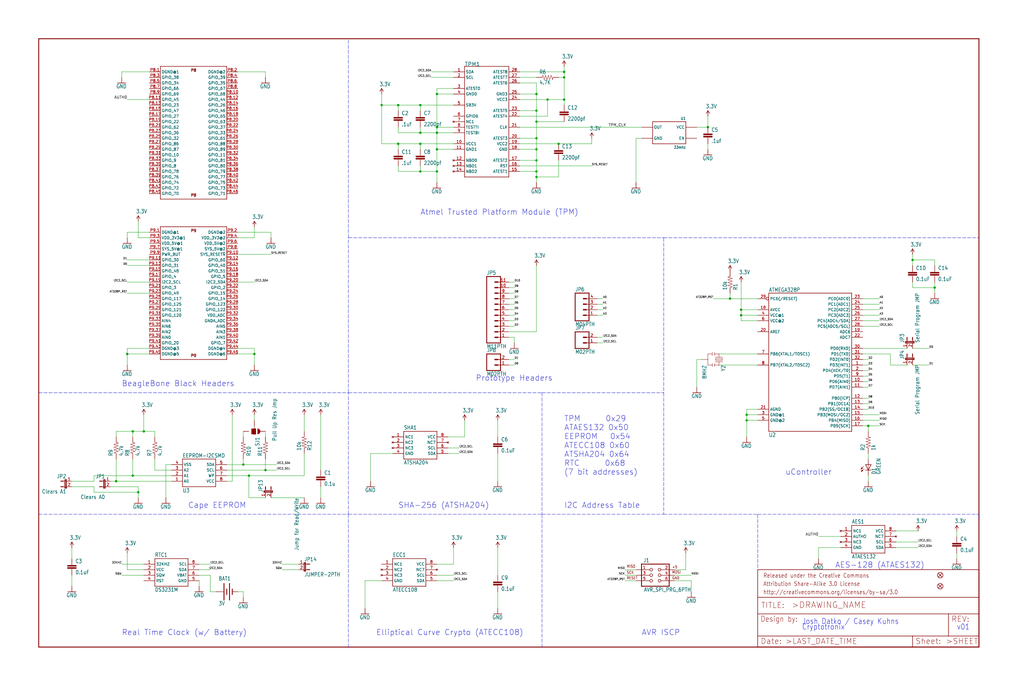
<source format=kicad_sch>
(kicad_sch (version 20211123) (generator eeschema)
  (paper "User" 470.306 317.906)
  (junction (at 335.28 137.16))
  (junction (at 246.38 78.74))
  (junction (at 116.84 162.56))
  (junction (at 60.96 198.12))
  (junction (at 419.1 119.38))
  (junction (at 200.66 43.18))
  (junction (at 66.04 198.12))
  (junction (at 121.92 215.9))
  (junction (at 246.38 68.58))
  (junction (at 193.04 66.04))
  (junction (at 111.76 213.36))
  (junction (at 246.38 55.88))
  (junction (at 429.26 132.08))
  (junction (at 182.88 48.26))
  (junction (at 259.08 45.72))
  (junction (at 342.9 193.04))
  (junction (at 325.12 58.42))
  (junction (at 340.36 142.24))
  (junction (at 182.88 66.04))
  (junction (at 259.08 33.02))
  (junction (at 58.42 162.56))
  (junction (at 246.38 63.5))
  (junction (at 193.04 78.74))
  (junction (at 200.66 60.96))
  (junction (at 246.38 81.28))
  (junction (at 342.9 190.5))
  (junction (at 175.26 48.26))
  (junction (at 200.66 78.74))
  (junction (at 193.04 48.26))
  (junction (at 193.04 60.96))
  (junction (at 398.78 195.58))
  (junction (at 340.36 144.78))
  (junction (at 53.34 220.98))
  (junction (at 246.38 43.18))
  (junction (at 63.5 226.06))
  (junction (at 246.38 50.8))
  (junction (at 256.54 66.04))
  (junction (at 200.66 58.42))
  (junction (at 251.46 45.72))
  (junction (at 259.08 35.56))
  (junction (at 60.96 218.44))
  (junction (at 114.3 218.44))
  (junction (at 200.66 68.58))
  (junction (at 246.38 73.66))
  (wire (pts (xy 396.24 182.88) (xy 398.78 182.88)))
  (wire (pts (xy 396.24 170.18) (xy 398.78 170.18)))
  (wire (pts (xy 96.52 271.78) (xy 96.52 264.16)))
  (wire (pts (xy 396.24 195.58) (xy 398.78 195.58)))
  (polyline (pts (xy 160.02 236.22) (xy 160.02 180.34)))
  (wire (pts (xy 408.94 167.64) (xy 408.94 162.56)))
  (wire (pts (xy 58.42 106.68) (xy 58.42 109.22)))
  (wire (pts (xy 408.94 162.56) (xy 396.24 162.56)))
  (wire (pts (xy 121.92 215.9) (xy 127 215.9)))
  (wire (pts (xy 256.54 73.66) (xy 256.54 81.28)))
  (wire (pts (xy 55.88 33.02) (xy 55.88 35.56)))
  (polyline (pts (xy 160.02 109.22) (xy 160.02 17.78)))
  (polyline (pts (xy 160.02 236.22) (xy 160.02 297.18)))
  (wire (pts (xy 60.96 198.12) (xy 66.04 198.12)))
  (wire (pts (xy 96.52 261.62) (xy 91.44 261.62)))
  (wire (pts (xy 137.16 259.08) (xy 129.54 259.08)))
  (wire (pts (xy 246.38 63.5) (xy 246.38 68.58)))
  (wire (pts (xy 63.5 109.22) (xy 63.5 101.6)))
  (wire (pts (xy 200.66 40.64) (xy 200.66 43.18)))
  (wire (pts (xy 238.76 35.56) (xy 246.38 35.56)))
  (wire (pts (xy 325.12 68.58) (xy 325.12 66.04)))
  (wire (pts (xy 124.46 106.68) (xy 109.22 106.68)))
  (wire (pts (xy 421.64 243.84) (xy 411.48 243.84)))
  (wire (pts (xy 114.3 218.44) (xy 139.7 218.44)))
  (wire (pts (xy 208.28 48.26) (xy 193.04 48.26)))
  (wire (pts (xy 292.1 266.7) (xy 287.02 266.7)))
  (wire (pts (xy 111.76 213.36) (xy 111.76 210.82)))
  (wire (pts (xy 238.76 45.72) (xy 251.46 45.72)))
  (polyline (pts (xy 160.02 109.22) (xy 304.8 109.22)))
  (wire (pts (xy 246.38 50.8) (xy 246.38 55.88)))
  (wire (pts (xy 66.04 198.12) (xy 71.12 198.12)))
  (wire (pts (xy 200.66 58.42) (xy 200.66 43.18)))
  (wire (pts (xy 104.14 213.36) (xy 111.76 213.36)))
  (polyline (pts (xy 304.8 236.22) (xy 347.98 236.22)))
  (wire (pts (xy 175.26 48.26) (xy 175.26 66.04)))
  (wire (pts (xy 233.68 132.08) (xy 236.22 132.08)))
  (wire (pts (xy 116.84 104.14) (xy 116.84 109.22)))
  (wire (pts (xy 200.66 83.82) (xy 200.66 78.74)))
  (wire (pts (xy 109.22 109.22) (xy 116.84 109.22)))
  (wire (pts (xy 347.98 193.04) (xy 342.9 193.04)))
  (wire (pts (xy 33.02 264.16) (xy 33.02 269.24)))
  (wire (pts (xy 259.08 33.02) (xy 259.08 35.56)))
  (wire (pts (xy 78.74 218.44) (xy 60.96 218.44)))
  (wire (pts (xy 419.1 132.08) (xy 429.26 132.08)))
  (wire (pts (xy 238.76 68.58) (xy 246.38 68.58)))
  (wire (pts (xy 251.46 53.34) (xy 251.46 45.72)))
  (polyline (pts (xy 17.78 180.34) (xy 160.02 180.34)))
  (wire (pts (xy 96.52 264.16) (xy 91.44 264.16)))
  (wire (pts (xy 182.88 66.04) (xy 193.04 66.04)))
  (wire (pts (xy 68.58 129.54) (xy 58.42 129.54)))
  (wire (pts (xy 340.36 142.24) (xy 347.98 142.24)))
  (wire (pts (xy 386.08 246.38) (xy 375.92 246.38)))
  (wire (pts (xy 182.88 48.26) (xy 175.26 48.26)))
  (wire (pts (xy 233.68 165.1) (xy 236.22 165.1)))
  (wire (pts (xy 233.68 137.16) (xy 236.22 137.16)))
  (wire (pts (xy 109.22 160.02) (xy 116.84 160.02)))
  (wire (pts (xy 33.02 256.54) (xy 33.02 251.46)))
  (wire (pts (xy 396.24 144.78) (xy 403.86 144.78)))
  (wire (pts (xy 294.64 63.5) (xy 292.1 63.5)))
  (wire (pts (xy 43.18 220.98) (xy 33.02 220.98)))
  (polyline (pts (xy 160.02 180.34) (xy 248.92 180.34)))
  (wire (pts (xy 342.9 187.96) (xy 342.9 190.5)))
  (wire (pts (xy 398.78 218.44) (xy 398.78 220.98)))
  (wire (pts (xy 396.24 190.5) (xy 403.86 190.5)))
  (wire (pts (xy 396.24 167.64) (xy 398.78 167.64)))
  (wire (pts (xy 396.24 177.8) (xy 398.78 177.8)))
  (wire (pts (xy 330.2 167.64) (xy 347.98 167.64)))
  (wire (pts (xy 342.9 190.5) (xy 342.9 193.04)))
  (wire (pts (xy 342.9 193.04) (xy 342.9 200.66)))
  (wire (pts (xy 396.24 160.02) (xy 416.56 160.02)))
  (wire (pts (xy 233.68 147.32) (xy 236.22 147.32)))
  (wire (pts (xy 109.22 271.78) (xy 111.76 271.78)))
  (wire (pts (xy 259.08 35.56) (xy 259.08 45.72)))
  (wire (pts (xy 175.26 43.18) (xy 175.26 48.26)))
  (wire (pts (xy 246.38 152.4) (xy 233.68 152.4)))
  (wire (pts (xy 233.68 149.86) (xy 236.22 149.86)))
  (wire (pts (xy 314.96 254) (xy 314.96 261.62)))
  (polyline (pts (xy 347.98 236.22) (xy 347.98 261.62)))
  (wire (pts (xy 396.24 142.24) (xy 403.86 142.24)))
  (wire (pts (xy 309.88 266.7) (xy 317.5 266.7)))
  (wire (pts (xy 327.66 137.16) (xy 335.28 137.16)))
  (wire (pts (xy 139.7 218.44) (xy 139.7 208.28)))
  (wire (pts (xy 167.64 266.7) (xy 167.64 279.4)))
  (wire (pts (xy 340.36 144.78) (xy 340.36 147.32)))
  (wire (pts (xy 238.76 53.34) (xy 251.46 53.34)))
  (wire (pts (xy 63.5 223.52) (xy 50.8 223.52)))
  (wire (pts (xy 246.38 68.58) (xy 246.38 73.66)))
  (wire (pts (xy 124.46 228.6) (xy 139.7 228.6)))
  (wire (pts (xy 375.92 256.54) (xy 375.92 251.46)))
  (wire (pts (xy 58.42 261.62) (xy 58.42 254)))
  (wire (pts (xy 175.26 266.7) (xy 167.64 266.7)))
  (wire (pts (xy 200.66 264.16) (xy 208.28 264.16)))
  (wire (pts (xy 114.3 228.6) (xy 114.3 218.44)))
  (wire (pts (xy 238.76 63.5) (xy 246.38 63.5)))
  (wire (pts (xy 111.76 198.12) (xy 111.76 200.66)))
  (polyline (pts (xy 17.78 236.22) (xy 160.02 236.22)))
  (wire (pts (xy 274.32 144.78) (xy 276.86 144.78)))
  (wire (pts (xy 121.92 215.9) (xy 121.92 210.82)))
  (wire (pts (xy 208.28 68.58) (xy 200.66 68.58)))
  (wire (pts (xy 246.38 73.66) (xy 246.38 78.74)))
  (wire (pts (xy 208.28 251.46) (xy 208.28 259.08)))
  (wire (pts (xy 246.38 38.1) (xy 246.38 43.18)))
  (wire (pts (xy 271.78 63.5) (xy 271.78 66.04)))
  (wire (pts (xy 208.28 40.64) (xy 200.66 40.64)))
  (wire (pts (xy 233.68 142.24) (xy 236.22 142.24)))
  (polyline (pts (xy 347.98 236.22) (xy 449.58 236.22)))
  (wire (pts (xy 68.58 109.22) (xy 63.5 109.22)))
  (wire (pts (xy 208.28 35.56) (xy 198.12 35.56)))
  (wire (pts (xy 246.38 121.92) (xy 246.38 152.4)))
  (wire (pts (xy 63.5 226.06) (xy 63.5 223.52)))
  (wire (pts (xy 208.28 60.96) (xy 200.66 60.96)))
  (wire (pts (xy 68.58 45.72) (xy 58.42 45.72)))
  (wire (pts (xy 335.28 134.62) (xy 335.28 137.16)))
  (wire (pts (xy 170.18 208.28) (xy 170.18 220.98)))
  (wire (pts (xy 259.08 55.88) (xy 246.38 55.88)))
  (wire (pts (xy 396.24 147.32) (xy 403.86 147.32)))
  (wire (pts (xy 109.22 116.84) (xy 124.46 116.84)))
  (wire (pts (xy 238.76 76.2) (xy 271.78 76.2)))
  (wire (pts (xy 116.84 190.5) (xy 116.84 193.04)))
  (wire (pts (xy 208.28 43.18) (xy 200.66 43.18)))
  (wire (pts (xy 238.76 50.8) (xy 246.38 50.8)))
  (wire (pts (xy 274.32 142.24) (xy 276.86 142.24)))
  (wire (pts (xy 340.36 147.32) (xy 347.98 147.32)))
  (wire (pts (xy 60.96 218.44) (xy 60.96 210.82)))
  (wire (pts (xy 256.54 81.28) (xy 246.38 81.28)))
  (wire (pts (xy 233.68 139.7) (xy 236.22 139.7)))
  (wire (pts (xy 116.84 160.02) (xy 116.84 162.56)))
  (polyline (pts (xy 304.8 109.22) (xy 449.58 109.22)))
  (wire (pts (xy 274.32 154.94) (xy 276.86 154.94)))
  (wire (pts (xy 137.16 261.62) (xy 129.54 261.62)))
  (wire (pts (xy 182.88 48.26) (xy 182.88 50.8)))
  (wire (pts (xy 139.7 198.12) (xy 139.7 190.5)))
  (wire (pts (xy 60.96 218.44) (xy 43.18 218.44)))
  (wire (pts (xy 78.74 213.36) (xy 76.2 213.36)))
  (wire (pts (xy 274.32 139.7) (xy 276.86 139.7)))
  (wire (pts (xy 68.58 134.62) (xy 58.42 134.62)))
  (wire (pts (xy 416.56 167.64) (xy 408.94 167.64)))
  (wire (pts (xy 330.2 162.56) (xy 347.98 162.56)))
  (polyline (pts (xy 449.58 236.22) (xy 449.58 238.76)))
  (wire (pts (xy 78.74 220.98) (xy 53.34 220.98)))
  (wire (pts (xy 233.68 144.78) (xy 236.22 144.78)))
  (wire (pts (xy 335.28 137.16) (xy 347.98 137.16)))
  (wire (pts (xy 259.08 45.72) (xy 259.08 48.26)))
  (wire (pts (xy 53.34 220.98) (xy 53.34 210.82)))
  (wire (pts (xy 314.96 261.62) (xy 309.88 261.62)))
  (wire (pts (xy 99.06 271.78) (xy 96.52 271.78)))
  (wire (pts (xy 53.34 200.66) (xy 53.34 198.12)))
  (wire (pts (xy 419.1 129.54) (xy 419.1 132.08)))
  (wire (pts (xy 106.68 220.98) (xy 106.68 190.5)))
  (wire (pts (xy 238.76 38.1) (xy 246.38 38.1)))
  (wire (pts (xy 182.88 66.04) (xy 182.88 68.58)))
  (wire (pts (xy 246.38 43.18) (xy 246.38 50.8)))
  (wire (pts (xy 292.1 261.62) (xy 287.02 261.62)))
  (wire (pts (xy 71.12 215.9) (xy 71.12 210.82)))
  (polyline (pts (xy 248.92 236.22) (xy 304.8 236.22)))
  (wire (pts (xy 71.12 198.12) (xy 71.12 200.66)))
  (wire (pts (xy 147.32 228.6) (xy 147.32 223.52)))
  (wire (pts (xy 111.76 271.78) (xy 111.76 274.32)))
  (wire (pts (xy 200.66 266.7) (xy 208.28 266.7)))
  (wire (pts (xy 175.26 66.04) (xy 182.88 66.04)))
  (polyline (pts (xy 248.92 236.22) (xy 248.92 297.18)))
  (wire (pts (xy 439.42 246.38) (xy 439.42 243.84)))
  (wire (pts (xy 325.12 58.42) (xy 325.12 53.34)))
  (polyline (pts (xy 248.92 180.34) (xy 248.92 236.22)))
  (wire (pts (xy 43.18 226.06) (xy 63.5 226.06)))
  (wire (pts (xy 66.04 259.08) (xy 55.88 259.08)))
  (wire (pts (xy 396.24 165.1) (xy 398.78 165.1)))
  (wire (pts (xy 121.92 198.12) (xy 121.92 200.66)))
  (wire (pts (xy 213.36 200.66) (xy 213.36 193.04)))
  (wire (pts (xy 208.28 58.42) (xy 200.66 58.42)))
  (wire (pts (xy 396.24 193.04) (xy 403.86 193.04)))
  (wire (pts (xy 121.92 228.6) (xy 114.3 228.6)))
  (wire (pts (xy 396.24 172.72) (xy 398.78 172.72)))
  (wire (pts (xy 180.34 208.28) (xy 170.18 208.28)))
  (wire (pts (xy 233.68 129.54) (xy 236.22 129.54)))
  (wire (pts (xy 124.46 109.22) (xy 124.46 106.68)))
  (wire (pts (xy 58.42 160.02) (xy 58.42 162.56)))
  (wire (pts (xy 205.74 205.74) (xy 210.82 205.74)))
  (wire (pts (xy 251.46 45.72) (xy 259.08 45.72)))
  (wire (pts (xy 429.26 129.54) (xy 429.26 132.08)))
  (wire (pts (xy 238.76 43.18) (xy 246.38 43.18)))
  (wire (pts (xy 236.22 157.48) (xy 236.22 154.94)))
  (wire (pts (xy 193.04 66.04) (xy 193.04 68.58)))
  (wire (pts (xy 228.6 271.78) (xy 228.6 279.4)))
  (wire (pts (xy 193.04 48.26) (xy 193.04 50.8)))
  (wire (pts (xy 396.24 185.42) (xy 398.78 185.42)))
  (wire (pts (xy 193.04 60.96) (xy 200.66 60.96)))
  (wire (pts (xy 63.5 226.06) (xy 63.5 228.6)))
  (wire (pts (xy 340.36 144.78) (xy 347.98 144.78)))
  (wire (pts (xy 246.38 81.28) (xy 246.38 83.82)))
  (wire (pts (xy 68.58 162.56) (xy 58.42 162.56)))
  (wire (pts (xy 228.6 264.16) (xy 228.6 251.46)))
  (wire (pts (xy 147.32 190.5) (xy 147.32 215.9)))
  (wire (pts (xy 256.54 66.04) (xy 238.76 66.04)))
  (wire (pts (xy 340.36 142.24) (xy 340.36 144.78)))
  (wire (pts (xy 68.58 106.68) (xy 58.42 106.68)))
  (wire (pts (xy 411.48 251.46) (xy 421.64 251.46)))
  (wire (pts (xy 66.04 190.5) (xy 66.04 198.12)))
  (wire (pts (xy 309.88 264.16) (xy 317.5 264.16)))
  (wire (pts (xy 274.32 137.16) (xy 276.86 137.16)))
  (wire (pts (xy 238.76 33.02) (xy 259.08 33.02)))
  (wire (pts (xy 375.92 251.46) (xy 386.08 251.46)))
  (wire (pts (xy 200.66 60.96) (xy 200.66 58.42)))
  (wire (pts (xy 233.68 167.64) (xy 236.22 167.64)))
  (wire (pts (xy 238.76 78.74) (xy 246.38 78.74)))
  (wire (pts (xy 259.08 30.48) (xy 259.08 33.02)))
  (wire (pts (xy 200.66 68.58) (xy 200.66 60.96)))
  (wire (pts (xy 104.14 215.9) (xy 121.92 215.9)))
  (wire (pts (xy 182.88 78.74) (xy 193.04 78.74)))
  (wire (pts (xy 228.6 208.28) (xy 228.6 220.98)))
  (wire (pts (xy 396.24 139.7) (xy 403.86 139.7)))
  (wire (pts (xy 429.26 132.08) (xy 429.26 134.62)))
  (wire (pts (xy 193.04 66.04) (xy 208.28 66.04)))
  (wire (pts (xy 53.34 198.12) (xy 60.96 198.12)))
  (wire (pts (xy 228.6 200.66) (xy 228.6 193.04)))
  (wire (pts (xy 182.88 58.42) (xy 182.88 60.96)))
  (wire (pts (xy 419.1 119.38) (xy 419.1 116.84)))
  (wire (pts (xy 68.58 119.38) (xy 58.42 119.38)))
  (wire (pts (xy 121.92 33.02) (xy 121.92 35.56)))
  (polyline (pts (xy 160.02 180.34) (xy 160.02 109.22)))
  (wire (pts (xy 398.78 210.82) (xy 398.78 208.28)))
  (wire (pts (xy 91.44 266.7) (xy 91.44 269.24)))
  (wire (pts (xy 43.18 223.52) (xy 43.18 226.06)))
  (wire (pts (xy 396.24 175.26) (xy 398.78 175.26)))
  (wire (pts (xy 317.5 266.7) (xy 317.5 271.78)))
  (wire (pts (xy 33.02 223.52) (xy 43.18 223.52)))
  (wire (pts (xy 208.28 33.02) (xy 198.12 33.02)))
  (wire (pts (xy 429.26 119.38) (xy 429.26 121.92)))
  (wire (pts (xy 205.74 200.66) (xy 213.36 200.66)))
  (wire (pts (xy 292.1 63.5) (xy 292.1 83.82)))
  (wire (pts (xy 182.88 76.2) (xy 182.88 78.74)))
  (wire (pts (xy 104.14 220.98) (xy 106.68 220.98)))
  (wire (pts (xy 322.58 165.1) (xy 320.04 165.1)))
  (wire (pts (xy 398.78 195.58) (xy 403.86 195.58)))
  (wire (pts (xy 68.58 121.92) (xy 58.42 121.92)))
  (wire (pts (xy 182.88 60.96) (xy 193.04 60.96)))
  (wire (pts (xy 193.04 48.26) (xy 182.88 48.26)))
  (wire (pts (xy 58.42 162.56) (xy 58.42 167.64)))
  (polyline (pts (xy 160.02 236.22) (xy 248.92 236.22)))
  (wire (pts (xy 246.38 55.88) (xy 246.38 63.5)))
  (wire (pts (xy 236.22 154.94) (xy 233.68 154.94)))
  (polyline (pts (xy 304.8 109.22) (xy 304.8 180.34)))
  (wire (pts (xy 396.24 137.16) (xy 403.86 137.16)))
  (wire (pts (xy 205.74 208.28) (xy 210.82 208.28)))
  (wire (pts (xy 419.1 119.38) (xy 429.26 119.38)))
  (wire (pts (xy 109.22 162.56) (xy 116.84 162.56)))
  (wire (pts (xy 111.76 213.36) (xy 127 213.36)))
  (wire (pts (xy 200.66 259.08) (xy 208.28 259.08)))
  (polyline (pts (xy 304.8 180.34) (xy 304.8 236.22)))
  (wire (pts (xy 347.98 187.96) (xy 342.9 187.96)))
  (wire (pts (xy 53.34 220.98) (xy 50.8 220.98)))
  (wire (pts (xy 68.58 160.02) (xy 58.42 160.02)))
  (wire (pts (xy 320.04 58.42) (xy 325.12 58.42)))
  (wire (pts (xy 238.76 73.66) (xy 246.38 73.66)))
  (wire (pts (xy 419.1 160.02) (xy 426.72 160.02)))
  (wire (pts (xy 411.48 248.92) (xy 421.64 248.92)))
  (wire (pts (xy 419.1 167.64) (xy 426.72 167.64)))
  (wire (pts (xy 116.84 162.56) (xy 116.84 167.64)))
  (wire (pts (xy 78.74 215.9) (xy 71.12 215.9)))
  (wire (pts (xy 396.24 187.96) (xy 398.78 187.96)))
  (wire (pts (xy 271.78 66.04) (xy 256.54 66.04)))
  (wire (pts (xy 398.78 198.12) (xy 398.78 195.58)))
  (wire (pts (xy 200.66 78.74) (xy 200.66 68.58)))
  (wire (pts (xy 96.52 259.08) (xy 91.44 259.08)))
  (polyline (pts (xy 248.92 180.34) (xy 304.8 180.34)))
  (wire (pts (xy 109.22 129.54) (xy 116.84 129.54)))
  (wire (pts (xy 439.42 256.54) (xy 439.42 254)))
  (wire (pts (xy 43.18 218.44) (xy 43.18 220.98)))
  (wire (pts (xy 66.04 261.62) (xy 58.42 261.62)))
  (wire (pts (xy 292.1 264.16) (xy 287.02 264.16)))
  (wire (pts (xy 193.04 76.2) (xy 193.04 78.74)))
  (wire (pts (xy 193.04 58.42) (xy 193.04 60.96)))
  (wire (pts (xy 193.04 78.74) (xy 200.66 78.74)))
  (wire (pts (xy 238.76 58.42) (xy 294.64 58.42)))
  (wire (pts (xy 104.14 218.44) (xy 114.3 218.44)))
  (wire (pts (xy 66.04 264.16) (xy 55.88 264.16)))
  (wire (pts (xy 68.58 33.02) (xy 55.88 33.02)))
  (wire (pts (xy 340.36 129.54) (xy 340.36 142.24)))
  (wire (pts (xy 419.1 121.92) (xy 419.1 119.38)))
  (wire (pts (xy 76.2 213.36) (xy 76.2 228.6)))
  (wire (pts (xy 256.54 35.56) (xy 259.08 35.56)))
  (wire (pts (xy 60.96 198.12) (xy 60.96 200.66)))
  (wire (pts (xy 109.22 33.02) (xy 121.92 33.02)))
  (wire (pts (xy 274.32 157.48) (xy 276.86 157.48)))
  (wire (pts (xy 320.04 165.1) (xy 320.04 177.8)))
  (wire (pts (xy 396.24 149.86) (xy 403.86 149.86)))
  (wire (pts (xy 233.68 134.62) (xy 236.22 134.62)))
  (wire (pts (xy 246.38 78.74) (xy 246.38 81.28)))
  (wire (pts (xy 347.98 190.5) (xy 342.9 190.5)))
  (text "BeagleBone Black Headers" (at 55.88 177.8 180) (effects (font (size 2.54 2.54)) (justify left bottom)))
  (text "Prototype Headers" (at 218.44 175.26 180) (effects (font (size 2.54 2.54)) (justify left bottom)))
  (text "SHA-256 (ATSHA204)" (at 182.88 233.68 180) (effects (font (size 2.54 2.54)) (justify left bottom)))
  (text "Cape EEPROM" (at 86.36 233.68 180) (effects (font (size 2.54 2.54)) (justify left bottom)))
  (text "uController" (at 360.68 218.44 180) (effects (font (size 2.54 2.54)) (justify left bottom)))
  (text "AES-128 (ATAES132)" (at 383.54 261.112 180) (effects (font (size 2.54 2.54)) (justify left bottom)))
  (text "Atmel Trusted Platform Module (TPM)" (at 193.04 99.06 180) (effects (font (size 2.54 2.54)) (justify left bottom)))
  (text "Josh Datko / Casey Kuhns" (at 368.3 287.02 180) (effects (font (size 2.54 2.159)) (justify left bottom)))
  (text "Elliptical Curve Crypto (ATECC108)" (at 172.72 292.1 180) (effects (font (size 2.54 2.54)) (justify left bottom)))
  (text "AVR ISCP" (at 294.64 292.1 180) (effects (font (size 2.54 2.54)) (justify left bottom)))
  (text "TPM      0x29\nATAES132 0x50\nEEPROM   0x54\nATECC108 0x60\nATSHA204 0x64\nRTC      0x68\n(7 bit addresses)" (at 259.08 218.44 0) (effects (font (size 2.54 2.54)) (justify left bottom)))
  (text "I2C Address Table" (at 259.08 233.68 180) (effects (font (size 2.54 2.54)) (justify left bottom)))
  (text "v01" (at 439.42 289.56 180) (effects (font (size 2.54 2.159)) (justify left bottom)))
  (text "Cryptotronix" (at 368.3 289.56 180) (effects (font (size 2.54 2.159)) (justify left bottom)))
  (text "Real Time Clock (w/ Battery)" (at 55.88 292.1 180) (effects (font (size 2.54 2.54)) (justify left bottom)))
  (label "I2C2_SCL" (at 127 215.9 0) (effects (font (size 0.889 0.889))))
  (label "SQW" (at 129.54 261.62 180) (effects (font (size 0.889 0.889))))
  (label "I2C2_SCL" (at 58.42 129.54 180) (effects (font (size 0.889 0.889))))
  (label "I2C2_SDA" (at 276.86 154.94 0) (effects (font (size 0.889 0.889))))
  (label "SCK" (at 403.86 195.58 0) (effects (font (size 0.889 0.889))))
  (label "SYS_RESET" (at 271.78 76.2 0) (effects (font (size 0.889 0.889))))
  (label "D1" (at 426.72 167.64 0) (effects (font (size 0.889 0.889))))
  (label "D3" (at 236.22 147.32 0) (effects (font (size 0.889 0.889))))
  (label "D9" (at 236.22 132.08 0) (effects (font (size 0.889 0.889))))
  (label "D1" (at 236.22 165.1 0) (effects (font (size 0.889 0.889))))
  (label "MOSI" (at 403.86 190.5 0) (effects (font (size 0.889 0.889))))
  (label "A1" (at 276.86 139.7 0) (effects (font (size 0.889 0.889))))
  (label "D9" (at 398.78 185.42 0) (effects (font (size 0.889 0.889))))
  (label "D4" (at 236.22 144.78 0) (effects (font (size 0.889 0.889))))
  (label "MISO" (at 403.86 193.04 0) (effects (font (size 0.889 0.889))))
  (label "D8" (at 236.22 134.62 0) (effects (font (size 0.889 0.889))))
  (label "I2C2_SDA" (at 116.84 129.54 0) (effects (font (size 0.889 0.889))))
  (label "A3" (at 276.86 144.78 0) (effects (font (size 0.889 0.889))))
  (label "D3" (at 398.78 167.64 0) (effects (font (size 0.889 0.889))))
  (label "D2" (at 236.22 149.86 0) (effects (font (size 0.889 0.889))))
  (label "I2C2_SDA" (at 127 213.36 0) (effects (font (size 0.889 0.889))))
  (label "D5" (at 398.78 172.72 0) (effects (font (size 0.889 0.889))))
  (label "A2" (at 276.86 142.24 0) (effects (font (size 0.889 0.889))))
  (label "D7" (at 398.78 177.8 0) (effects (font (size 0.889 0.889))))
  (label "32KHZ" (at 129.54 259.08 180) (effects (font (size 0.889 0.889))))
  (label "I2C2_SDA" (at 198.12 33.02 180) (effects (font (size 0.889 0.889))))
  (label "D4" (at 398.78 170.18 0) (effects (font (size 0.889 0.889))))
  (label "AT328P_RST" (at 287.02 266.7 180) (effects (font (size 0.889 0.889))))
  (label "D0" (at 236.22 167.64 0) (effects (font (size 0.889 0.889))))
  (label "D6" (at 398.78 175.26 0) (effects (font (size 0.889 0.889))))
  (label "A0" (at 403.86 137.16 0) (effects (font (size 0.889 0.889))))
  (label "I2C2_SDA" (at 95.885 261.62 0) (effects (font (size 0.889 0.889))))
  (label "I2C2_SDA" (at 208.28 266.7 0) (effects (font (size 0.889 0.889))))
  (label "D2" (at 398.78 165.1 0) (effects (font (size 0.889 0.889))))
  (label "AUTH0" (at 375.92 246.38 180) (effects (font (size 1.2446 1.2446))))
  (label "I2C2_SDA" (at 210.82 208.28 0) (effects (font (size 0.889 0.889))))
  (label "I2C2_SDA" (at 403.86 147.32 0) (effects (font (size 0.889 0.889))))
  (label "MISO" (at 287.02 261.62 180) (effects (font (size 0.889 0.889))))
  (label "D7" (at 236.22 137.16 0) (effects (font (size 0.889 0.889))))
  (label "I2C2_SCL" (at 210.82 205.74 0) (effects (font (size 0.889 0.889))))
  (label "D5" (at 236.22 142.24 0) (effects (font (size 0.889 0.889))))
  (label "D0" (at 58.42 121.92 180) (effects (font (size 0.889 0.889))))
  (label "I2C2_SCL" (at 198.12 35.56 180) (effects (font (size 0.889 0.889))))
  (label "I2C2_SDA" (at 421.64 251.46 0) (effects (font (size 0.889 0.889))))
  (label "I2C2_SCL" (at 276.86 157.48 0) (effects (font (size 0.889 0.889))))
  (label "SYS_RESET" (at 124.46 116.84 0) (effects (font (size 0.889 0.889))))
  (label "D6" (at 236.22 139.7 0) (effects (font (size 0.889 0.889))))
  (label "I2C2_SCL" (at 96.52 259.08 0) (effects (font (size 0.889 0.889))))
  (label "TPM_CLK" (at 279.4 58.42 0) (effects (font (size 1.2446 1.2446))))
  (label "A3" (at 403.86 144.78 0) (effects (font (size 0.889 0.889))))
  (label "D10" (at 398.78 187.96 0) (effects (font (size 0.889 0.889))))
  (label "I2C2_SCL" (at 421.64 248.92 0) (effects (font (size 0.889 0.889))))
  (label "MOSI" (at 317.5 264.16 0) (effects (font (size 0.889 0.889))))
  (label "AUTH0" (at 58.42 45.72 180) (effects (font (size 1.2446 1.2446))))
  (label "I2C2_SCL" (at 403.86 149.86 0) (effects (font (size 0.889 0.889))))
  (label "A1" (at 403.86 139.7 0) (effects (font (size 0.889 0.889))))
  (label "32KHZ" (at 55.88 259.08 180) (effects (font (size 0.889 0.889))))
  (label "SQW" (at 55.88 264.16 180) (effects (font (size 0.889 0.889))))
  (label "A2" (at 403.86 142.24 0) (effects (font (size 0.889 0.889))))
  (label "D0" (at 426.72 160.02 0) (effects (font (size 0.889 0.889))))
  (label "D10" (at 236.22 129.54 0) (effects (font (size 0.889 0.889))))
  (label "AT328P_RST" (at 327.66 137.16 180) (effects (font (size 0.889 0.889))))
  (label "D1" (at 58.42 119.38 180) (effects (font (size 0.889 0.889))))
  (label "D8" (at 398.78 182.88 0) (effects (font (size 0.889 0.889))))
  (label "AT328P_RST" (at 58.42 134.62 180) (effects (font (size 0.889 0.889))))
  (label "SCK" (at 287.02 264.16 180) (effects (font (size 0.889 0.889))))
  (label "A0" (at 276.86 137.16 0) (effects (font (size 0.889 0.889))))
  (label "I2C2_SCL" (at 208.28 264.16 0) (effects (font (size 0.889 0.889))))
  (symbol (lib_id "eagleSchem-eagle-import:FIDUCIAL1X2") (at 431.8 269.24 0) (unit 1)
    (property "Reference" "FID2" (effects hide))
    (property "Value" "FIDUCIAL1X2" (effects hide))
    (property "Footprint" "eagleSchem:FIDUCIAL-1X2" (effects hide))
  )
  (symbol (lib_id "eagleSchem-eagle-import:BEAGLE_BONE_BLACK_CAPE") (at 88.9 58.42 0) (unit 1)
    (property "Reference" "U$2" (effects hide))
    (property "Value" "BEAGLE_BONE_BLACK_CAPE" (effects hide))
    (property "Footprint" "eagleSchem:BEAGLE_BONE_BLACK_CAPE" (effects hide))
  )
  (symbol (lib_id "eagleSchem-eagle-import:GND") (at 320.04 180.34 0) (unit 1)
    (property "Reference" "#GND9" (effects hide))
    (property "Value" "GND" (at 317.5 182.88 0) (effects (font (size 1.778 1.5113)) (justify left bottom)))
    (property "Footprint" "eagleSchem:" (effects hide))
  )
  (symbol (lib_id "eagleSchem-eagle-import:3.3V") (at 340.36 129.54 0) (unit 1)
    (property "Reference" "#SUPPLY8" (effects hide))
    (property "Value" "3.3V" (at 339.344 125.984 0) (effects (font (size 1.778 1.5113)) (justify left bottom)))
    (property "Footprint" "eagleSchem:" (effects hide))
  )
  (symbol (lib_id "eagleSchem-eagle-import:GND") (at 58.42 170.18 0) (unit 1)
    (property "Reference" "#GND26" (effects hide))
    (property "Value" "GND" (at 55.88 172.72 0) (effects (font (size 1.778 1.5113)) (justify left bottom)))
    (property "Footprint" "eagleSchem:" (effects hide))
  )
  (symbol (lib_id "eagleSchem-eagle-import:3.3V") (at 419.1 116.84 0) (unit 1)
    (property "Reference" "#SUPPLY18" (effects hide))
    (property "Value" "3.3V" (at 418.084 113.284 0) (effects (font (size 1.778 1.5113)) (justify left bottom)))
    (property "Footprint" "eagleSchem:" (effects hide))
  )
  (symbol (lib_id "eagleSchem-eagle-import:3.3V") (at 33.02 251.46 0) (unit 1)
    (property "Reference" "#SUPPLY13" (effects hide))
    (property "Value" "3.3V" (at 32.004 247.904 0) (effects (font (size 1.778 1.5113)) (justify left bottom)))
    (property "Footprint" "eagleSchem:" (effects hide))
  )
  (symbol (lib_id "eagleSchem-eagle-import:LED-GREEN0603") (at 398.78 213.36 0) (unit 1)
    (property "Reference" "D1" (at 402.336 217.932 90) (effects (font (size 1.778 1.5113)) (justify left bottom)))
    (property "Value" "GREEN" (at 404.495 217.932 90) (effects (font (size 1.778 1.5113)) (justify left bottom)))
    (property "Footprint" "eagleSchem:LED-0603" (effects hide))
  )
  (symbol (lib_id "eagleSchem-eagle-import:FRAME-LEDGER") (at 347.98 297.18 0) (unit 2)
    (property "Reference" "FRAME1" (effects hide))
    (property "Value" "FRAME-LEDGER" (effects hide))
    (property "Footprint" "eagleSchem:CREATIVE_COMMONS" (effects hide))
  )
  (symbol (lib_id "eagleSchem-eagle-import:2.2NF{slash}2200PF-50V-10%(0603)") (at 259.08 53.34 0) (unit 1)
    (property "Reference" "C12" (at 260.604 50.419 0) (effects (font (size 1.778 1.5113)) (justify left bottom)))
    (property "Value" "2200pf" (at 260.604 55.499 0) (effects (font (size 1.778 1.5113)) (justify left bottom)))
    (property "Footprint" "eagleSchem:0603-CAP" (effects hide))
  )
  (symbol (lib_id "eagleSchem-eagle-import:M02PTH") (at 226.06 167.64 0) (unit 1)
    (property "Reference" "JP8" (at 223.52 161.798 0) (effects (font (size 1.778 1.5113)) (justify left bottom)))
    (property "Value" "M02PTH" (at 223.52 172.72 0) (effects (font (size 1.778 1.5113)) (justify left bottom)))
    (property "Footprint" "eagleSchem:1X02" (effects hide))
  )
  (symbol (lib_id "eagleSchem-eagle-import:GND") (at 236.22 160.02 0) (unit 1)
    (property "Reference" "#GND21" (effects hide))
    (property "Value" "GND" (at 233.68 162.56 0) (effects (font (size 1.778 1.5113)) (justify left bottom)))
    (property "Footprint" "eagleSchem:" (effects hide))
  )
  (symbol (lib_id "eagleSchem-eagle-import:GND") (at 170.18 223.52 0) (unit 1)
    (property "Reference" "#GND15" (effects hide))
    (property "Value" "GND" (at 167.64 226.06 0) (effects (font (size 1.778 1.5113)) (justify left bottom)))
    (property "Footprint" "eagleSchem:" (effects hide))
  )
  (symbol (lib_id "eagleSchem-eagle-import:JUMPER-2SMD-NO") (at 30.48 220.98 90) (mirror x) (unit 1)
    (property "Reference" "JP2" (at 30.48 219.71 90) (effects (font (size 1.778 1.5113)) (justify left bottom)))
    (property "Value" "Clears A1" (at 30.48 226.695 90) (effects (font (size 1.778 1.5113)) (justify left bottom)))
    (property "Footprint" "eagleSchem:SJ_2S-NO" (effects hide))
  )
  (symbol (lib_id "eagleSchem-eagle-import:GND") (at 398.78 223.52 0) (unit 1)
    (property "Reference" "#GND29" (effects hide))
    (property "Value" "GND" (at 396.24 226.06 0) (effects (font (size 1.778 1.5113)) (justify left bottom)))
    (property "Footprint" "eagleSchem:" (effects hide))
  )
  (symbol (lib_id "eagleSchem-eagle-import:4.7KOHM1{slash}10W1%(0603)") (at 251.46 35.56 0) (unit 1)
    (property "Reference" "R6" (at 247.65 34.0614 0) (effects (font (size 1.778 1.5113)) (justify left bottom)))
    (property "Value" "4.7K" (at 247.65 38.862 0) (effects (font (size 1.778 1.5113)) (justify left bottom)))
    (property "Footprint" "eagleSchem:0603" (effects hide))
  )
  (symbol (lib_id "eagleSchem-eagle-import:3.3V") (at 259.08 30.48 0) (unit 1)
    (property "Reference" "#SUPPLY9" (effects hide))
    (property "Value" "3.3V" (at 258.064 26.924 0) (effects (font (size 1.778 1.5113)) (justify left bottom)))
    (property "Footprint" "eagleSchem:" (effects hide))
  )
  (symbol (lib_id "eagleSchem-eagle-import:SOLDERJUMPER_2WAYPASTE1&2&3") (at 116.84 198.12 270) (unit 1)
    (property "Reference" "SJ1" (at 117.221 200.66 0) (effects (font (size 1.778 1.5113)) (justify left bottom)))
    (property "Value" "Pull Up Res Jmp" (at 125.095 182.88 0) (effects (font (size 1.778 1.5113)) (justify left bottom)))
    (property "Footprint" "eagleSchem:SJ_3_PASTE1&2&3" (effects hide))
  )
  (symbol (lib_id "eagleSchem-eagle-import:1K-1%") (at 398.78 203.2 90) (unit 1)
    (property "Reference" "R2" (at 397.2814 207.01 0) (effects (font (size 1.778 1.5113)) (justify left bottom)))
    (property "Value" "1k" (at 402.082 207.01 0) (effects (font (size 1.778 1.5113)) (justify left bottom)))
    (property "Footprint" "eagleSchem:0603-RES" (effects hide))
  )
  (symbol (lib_id "eagleSchem-eagle-import:JUMPER-2PTH") (at 416.56 165.1 0) (unit 1)
    (property "Reference" "JP4" (at 415.29 165.1 90) (effects (font (size 1.778 1.5113)) (justify left bottom)))
    (property "Value" "Serial Program JMP" (at 422.275 190.5 90) (effects (font (size 1.778 1.5113)) (justify left bottom)))
    (property "Footprint" "eagleSchem:1X02" (effects hide))
  )
  (symbol (lib_id "eagleSchem-eagle-import:10KOHM1{slash}10W1%(0603)0603") (at 335.28 129.54 270) (mirror x) (unit 1)
    (property "Reference" "R1" (at 336.7786 133.35 0) (effects (font (size 1.778 1.5113)) (justify left bottom)))
    (property "Value" "10k" (at 331.978 133.35 0) (effects (font (size 1.778 1.5113)) (justify left bottom)))
    (property "Footprint" "eagleSchem:0603-RES" (effects hide))
  )
  (symbol (lib_id "eagleSchem-eagle-import:0.1UF-25V(+80{slash}-20%)(0603)") (at 182.88 55.88 0) (unit 1)
    (property "Reference" "C2" (at 184.404 52.959 0) (effects (font (size 1.778 1.5113)) (justify left bottom)))
    (property "Value" ".1uf" (at 184.404 58.039 0) (effects (font (size 1.778 1.5113)) (justify left bottom)))
    (property "Footprint" "eagleSchem:0603-CAP" (effects hide))
  )
  (symbol (lib_id "eagleSchem-eagle-import:3.3V") (at 175.26 43.18 0) (unit 1)
    (property "Reference" "#SUPPLY12" (effects hide))
    (property "Value" "3.3V" (at 174.244 39.624 0) (effects (font (size 1.778 1.5113)) (justify left bottom)))
    (property "Footprint" "eagleSchem:" (effects hide))
  )
  (symbol (lib_id "eagleSchem-eagle-import:RESONATOR8MHZ") (at 330.2 165.1 270) (unit 1)
    (property "Reference" "Y2" (at 331.216 167.64 0) (effects (font (size 1.778 1.5113)) (justify left bottom)))
    (property "Value" "8MHZ" (at 322.58 167.64 0) (effects (font (size 1.778 1.5113)) (justify left bottom)))
    (property "Footprint" "eagleSchem:RESONATOR-SMD" (effects hide))
  )
  (symbol (lib_id "eagleSchem-eagle-import:GND") (at 111.76 276.86 0) (unit 1)
    (property "Reference" "#GND1" (effects hide))
    (property "Value" "GND" (at 109.22 279.4 0) (effects (font (size 1.778 1.5113)) (justify left bottom)))
    (property "Footprint" "eagleSchem:" (effects hide))
  )
  (symbol (lib_id "eagleSchem-eagle-import:GND") (at 124.46 111.76 0) (unit 1)
    (property "Reference" "#GND8" (effects hide))
    (property "Value" "GND" (at 121.92 114.3 0) (effects (font (size 1.778 1.5113)) (justify left bottom)))
    (property "Footprint" "eagleSchem:" (effects hide))
  )
  (symbol (lib_id "eagleSchem-eagle-import:3.3V") (at 246.38 121.92 0) (unit 1)
    (property "Reference" "#SUPPLY19" (effects hide))
    (property "Value" "3.3V" (at 245.364 118.364 0) (effects (font (size 1.778 1.5113)) (justify left bottom)))
    (property "Footprint" "eagleSchem:" (effects hide))
  )
  (symbol (lib_id "eagleSchem-eagle-import:3.3V") (at 314.96 254 0) (unit 1)
    (property "Reference" "#SUPPLY22" (effects hide))
    (property "Value" "3.3V" (at 313.944 250.444 0) (effects (font (size 1.778 1.5113)) (justify left bottom)))
    (property "Footprint" "eagleSchem:" (effects hide))
  )
  (symbol (lib_id "eagleSchem-eagle-import:GND") (at 147.32 231.14 0) (unit 1)
    (property "Reference" "#GND12" (effects hide))
    (property "Value" "GND" (at 144.78 233.68 0) (effects (font (size 1.778 1.5113)) (justify left bottom)))
    (property "Footprint" "eagleSchem:" (effects hide))
  )
  (symbol (lib_id "eagleSchem-eagle-import:4.7KOHM1{slash}10W1%(0603)") (at 111.76 205.74 270) (mirror x) (unit 1)
    (property "Reference" "R10" (at 113.2586 209.55 0) (effects (font (size 1.778 1.5113)) (justify left bottom)))
    (property "Value" "4.7k" (at 108.458 209.55 0) (effects (font (size 1.778 1.5113)) (justify left bottom)))
    (property "Footprint" "eagleSchem:0603" (effects hide))
    (property "Value" "4.7k" (effects hide))
  )
  (symbol (lib_id "eagleSchem-eagle-import:3.3V") (at 208.28 251.46 0) (unit 1)
    (property "Reference" "#SUPPLY7" (effects hide))
    (property "Value" "3.3V" (at 207.264 247.904 0) (effects (font (size 1.778 1.5113)) (justify left bottom)))
    (property "Footprint" "eagleSchem:" (effects hide))
  )
  (symbol (lib_id "eagleSchem-eagle-import:GND") (at 429.26 137.16 0) (unit 1)
    (property "Reference" "#GND20" (effects hide))
    (property "Value" "GND" (at 426.72 139.7 0) (effects (font (size 1.778 1.5113)) (justify left bottom)))
    (property "Footprint" "eagleSchem:" (effects hide))
  )
  (symbol (lib_id "eagleSchem-eagle-import:3.3V") (at 325.12 53.34 0) (unit 1)
    (property "Reference" "#SUPPLY17" (effects hide))
    (property "Value" "3.3V" (at 324.104 49.784 0) (effects (font (size 1.778 1.5113)) (justify left bottom)))
    (property "Footprint" "eagleSchem:" (effects hide))
  )
  (symbol (lib_id "eagleSchem-eagle-import:GND") (at 33.02 271.78 0) (unit 1)
    (property "Reference" "#GND14" (effects hide))
    (property "Value" "GND" (at 30.48 274.32 0) (effects (font (size 1.778 1.5113)) (justify left bottom)))
    (property "Footprint" "eagleSchem:" (effects hide))
  )
  (symbol (lib_id "eagleSchem-eagle-import:GND") (at 139.7 231.14 0) (unit 1)
    (property "Reference" "#GND13" (effects hide))
    (property "Value" "GND" (at 137.16 233.68 0) (effects (font (size 1.778 1.5113)) (justify left bottom)))
    (property "Footprint" "eagleSchem:" (effects hide))
  )
  (symbol (lib_id "eagleSchem-eagle-import:GND") (at 292.1 86.36 0) (unit 1)
    (property "Reference" "#GND18" (effects hide))
    (property "Value" "GND" (at 289.56 88.9 0) (effects (font (size 1.778 1.5113)) (justify left bottom)))
    (property "Footprint" "eagleSchem:" (effects hide))
  )
  (symbol (lib_id "eagleSchem-eagle-import:GND") (at 439.42 259.08 0) (unit 1)
    (property "Reference" "#GND28" (effects hide))
    (property "Value" "GND" (at 436.88 261.62 0) (effects (font (size 1.778 1.5113)) (justify left bottom)))
    (property "Footprint" "eagleSchem:" (effects hide))
  )
  (symbol (lib_id "eagleSchem-eagle-import:DS3231M") (at 78.74 264.16 0) (unit 1)
    (property "Reference" "RTC1" (at 71.12 255.778 0) (effects (font (size 1.778 1.5113)) (justify left bottom)))
    (property "Value" "DS3231M" (at 71.12 271.78 0) (effects (font (size 1.778 1.5113)) (justify left bottom)))
    (property "Footprint" "eagleSchem:SOIC8" (effects hide))
  )
  (symbol (lib_id "eagleSchem-eagle-import:BEAGLE_BONE_BLACK_CAPE") (at 88.9 132.08 0) (unit 2)
    (property "Reference" "U$2" (effects hide))
    (property "Value" "BEAGLE_BONE_BLACK_CAPE" (effects hide))
    (property "Footprint" "eagleSchem:BEAGLE_BONE_BLACK_CAPE" (effects hide))
  )
  (symbol (lib_id "eagleSchem-eagle-import:GND") (at 342.9 203.2 0) (unit 1)
    (property "Reference" "#GND7" (effects hide))
    (property "Value" "GND" (at 340.36 205.74 0) (effects (font (size 1.778 1.5113)) (justify left bottom)))
    (property "Footprint" "eagleSchem:" (effects hide))
  )
  (symbol (lib_id "eagleSchem-eagle-import:GND") (at 91.44 271.78 0) (unit 1)
    (property "Reference" "#GND2" (effects hide))
    (property "Value" "GND" (at 88.9 274.32 0) (effects (font (size 1.778 1.5113)) (justify left bottom)))
    (property "Footprint" "eagleSchem:" (effects hide))
  )
  (symbol (lib_id "eagleSchem-eagle-import:GND") (at 228.6 281.94 0) (unit 1)
    (property "Reference" "#GND17" (effects hide))
    (property "Value" "GND" (at 226.06 284.48 0) (effects (font (size 1.778 1.5113)) (justify left bottom)))
    (property "Footprint" "eagleSchem:" (effects hide))
  )
  (symbol (lib_id "eagleSchem-eagle-import:3.3V") (at 228.6 251.46 0) (unit 1)
    (property "Reference" "#SUPPLY16" (effects hide))
    (property "Value" "3.3V" (at 227.584 247.904 0) (effects (font (size 1.778 1.5113)) (justify left bottom)))
    (property "Footprint" "eagleSchem:" (effects hide))
  )
  (symbol (lib_id "eagleSchem-eagle-import:GND") (at 58.42 111.76 0) (unit 1)
    (property "Reference" "#GND22" (effects hide))
    (property "Value" "GND" (at 55.88 114.3 0) (effects (font (size 1.778 1.5113)) (justify left bottom)))
    (property "Footprint" "eagleSchem:" (effects hide))
  )
  (symbol (lib_id "eagleSchem-eagle-import:BATTERY12MM") (at 104.14 271.78 0) (unit 1)
    (property "Reference" "BAT1" (at 100.33 266.7 0) (effects (font (size 1.778 1.5113)) (justify left bottom)))
    (property "Value" "3V" (at 100.33 278.13 0) (effects (font (size 1.778 1.5113)) (justify left bottom)))
    (property "Footprint" "eagleSchem:BATTCON_12MM" (effects hide))
  )
  (symbol (lib_id "eagleSchem-eagle-import:4.7KOHM1{slash}10W1%(0603)") (at 53.34 205.74 90) (unit 1)
    (property "Reference" "R9" (at 51.8414 209.55 0) (effects (font (size 1.778 1.5113)) (justify left bottom)))
    (property "Value" "4.7k" (at 56.642 209.55 0) (effects (font (size 1.778 1.5113)) (justify left bottom)))
    (property "Footprint" "eagleSchem:0603" (effects hide))
  )
  (symbol (lib_id "eagleSchem-eagle-import:M02PTH") (at 266.7 157.48 0) (unit 1)
    (property "Reference" "JP7" (at 264.16 151.638 0) (effects (font (size 1.778 1.5113)) (justify left bottom)))
    (property "Value" "M02PTH" (at 264.16 162.56 0) (effects (font (size 1.778 1.5113)) (justify left bottom)))
    (property "Footprint" "eagleSchem:1X02" (effects hide))
  )
  (symbol (lib_id "eagleSchem-eagle-import:3.3V") (at 63.5 101.6 0) (unit 1)
    (property "Reference" "#SUPPLY21" (effects hide))
    (property "Value" "3.3V" (at 62.484 98.044 0) (effects (font (size 1.778 1.5113)) (justify left bottom)))
    (property "Footprint" "eagleSchem:" (effects hide))
  )
  (symbol (lib_id "eagleSchem-eagle-import:JUMPER-2SMD-NO") (at 48.26 220.98 90) (mirror x) (unit 1)
    (property "Reference" "JP1" (at 48.26 219.71 90) (effects (font (size 1.778 1.5113)) (justify left bottom)))
    (property "Value" "Clears A0" (at 48.26 229.235 90) (effects (font (size 1.778 1.5113)) (justify left bottom)))
    (property "Footprint" "eagleSchem:SJ_2S-NO" (effects hide))
  )
  (symbol (lib_id "eagleSchem-eagle-import:FIDUCIAL1X2") (at 431.8 264.16 0) (unit 1)
    (property "Reference" "FID1" (effects hide))
    (property "Value" "FIDUCIAL1X2" (effects hide))
    (property "Footprint" "eagleSchem:FIDUCIAL-1X2" (effects hide))
  )
  (symbol (lib_id "eagleSchem-eagle-import:3.3V") (at 335.28 124.46 0) (unit 1)
    (property "Reference" "#SUPPLY20" (effects hide))
    (property "Value" "3.3V" (at 334.264 120.904 0) (effects (font (size 1.778 1.5113)) (justify left bottom)))
    (property "Footprint" "eagleSchem:" (effects hide))
  )
  (symbol (lib_id "eagleSchem-eagle-import:GND") (at 63.5 231.14 0) (unit 1)
    (property "Reference" "#GND10" (effects hide))
    (property "Value" "GND" (at 60.96 233.68 0) (effects (font (size 1.778 1.5113)) (justify left bottom)))
    (property "Footprint" "eagleSchem:" (effects hide))
  )
  (symbol (lib_id "eagleSchem-eagle-import:ATECC108") (at 187.96 261.62 0) (unit 1)
    (property "Reference" "ECC1" (at 180.34 255.778 0) (effects (font (size 1.778 1.5113)) (justify left bottom)))
    (property "Value" "ATECC108" (at 180.34 271.78 0) (effects (font (size 1.778 1.5113)) (justify left bottom)))
    (property "Footprint" "eagleSchem:SOIC8" (effects hide))
  )
  (symbol (lib_id "eagleSchem-eagle-import:2.2NF{slash}2200PF-50V-10%(0603)") (at 193.04 55.88 0) (unit 1)
    (property "Reference" "C7" (at 194.564 52.959 0) (effects (font (size 1.778 1.5113)) (justify left bottom)))
    (property "Value" "2200pf" (at 194.564 58.039 0) (effects (font (size 1.778 1.5113)) (justify left bottom)))
    (property "Footprint" "eagleSchem:0603-CAP" (effects hide))
  )
  (symbol (lib_id "eagleSchem-eagle-import:2.2NF{slash}2200PF-50V-10%(0603)") (at 256.54 71.12 0) (unit 1)
    (property "Reference" "C13" (at 258.064 68.199 0) (effects (font (size 1.778 1.5113)) (justify left bottom)))
    (property "Value" "2200pf" (at 258.064 73.279 0) (effects (font (size 1.778 1.5113)) (justify left bottom)))
    (property "Footprint" "eagleSchem:0603-CAP" (effects hide))
  )
  (symbol (lib_id "eagleSchem-eagle-import:3.3V") (at 439.42 243.84 0) (unit 1)
    (property "Reference" "#SUPPLY24" (effects hide))
    (property "Value" "3.3V" (at 438.404 240.284 0) (effects (font (size 1.778 1.5113)) (justify left bottom)))
    (property "Footprint" "eagleSchem:" (effects hide))
  )
  (symbol (lib_id "eagleSchem-eagle-import:GND") (at 375.92 259.08 0) (unit 1)
    (property "Reference" "#GND11" (effects hide))
    (property "Value" "GND" (at 373.38 261.62 0) (effects (font (size 1.778 1.5113)) (justify left bottom)))
    (property "Footprint" "eagleSchem:" (effects hide))
  )
  (symbol (lib_id "eagleSchem-eagle-import:3.3V") (at 213.36 193.04 0) (unit 1)
    (property "Reference" "#SUPPLY14" (effects hide))
    (property "Value" "3.3V" (at 212.344 189.484 0) (effects (font (size 1.778 1.5113)) (justify left bottom)))
    (property "Footprint" "eagleSchem:" (effects hide))
  )
  (symbol (lib_id "eagleSchem-eagle-import:JUMPER-2PTH") (at 121.92 226.06 0) (unit 1)
    (property "Reference" "JP13" (at 120.65 226.06 90) (effects (font (size 1.778 1.5113)) (justify left bottom)))
    (property "Value" "Jump for Read/Write" (at 135.255 228.6 90) (effects (font (size 1.778 1.5113)) (justify right top)))
    (property "Footprint" "eagleSchem:1X02" (effects hide))
  )
  (symbol (lib_id "eagleSchem-eagle-import:JUMPER-2PTH") (at 139.7 259.08 270) (unit 1)
    (property "Reference" "JP14" (at 139.7 257.81 90) (effects (font (size 1.778 1.5113)) (justify left bottom)))
    (property "Value" "JUMPER-2PTH" (at 139.7 264.795 90) (effects (font (size 1.778 1.5113)) (justify left bottom)))
    (property "Footprint" "eagleSchem:1X02" (effects hide))
  )
  (symbol (lib_id "eagleSchem-eagle-import:ATMEGA328_SMT") (at 370.84 162.56 0) (unit 1)
    (property "Reference" "U2" (at 353.06 200.66 0) (effects (font (size 1.778 1.5113)) (justify left bottom)))
    (property "Value" "ATMEGA328P" (at 353.06 134.112 0) (effects (font (size 1.778 1.5113)) (justify left bottom)))
    (property "Footprint" "eagleSchem:TQFP32-08" (effects hide))
  )
  (symbol (lib_id "eagleSchem-eagle-import:EEPROM-I2CSMD") (at 91.44 215.9 0) (mirror x) (unit 1)
    (property "Reference" "U3" (at 83.82 224.282 0) (effects (font (size 1.778 1.5113)) (justify left bottom)))
    (property "Value" "EEPROM-I2CSMD" (at 83.82 208.28 0) (effects (font (size 1.778 1.5113)) (justify left bottom)))
    (property "Footprint" "eagleSchem:SO08" (effects hide))
  )
  (symbol (lib_id "eagleSchem-eagle-import:GND") (at 121.92 38.1 0) (unit 1)
    (property "Reference" "#GND24" (effects hide))
    (property "Value" "GND" (at 119.38 40.64 0) (effects (font (size 1.778 1.5113)) (justify left bottom)))
    (property "Footprint" "eagleSchem:" (effects hide))
  )
  (symbol (lib_id "eagleSchem-eagle-import:JUMPER-2PTH") (at 416.56 157.48 0) (unit 1)
    (property "Reference" "JP3" (at 415.29 157.48 90) (effects (font (size 1.778 1.5113)) (justify left bottom)))
    (property "Value" "Serial Program JMP" (at 422.275 157.48 90) (effects (font (size 1.778 1.5113)) (justify left bottom)))
    (property "Footprint" "eagleSchem:1X02" (effects hide))
  )
  (symbol (lib_id "eagleSchem-eagle-import:3.3V") (at 139.7 190.5 0) (unit 1)
    (property "Reference" "#SUPPLY5" (effects hide))
    (property "Value" "3.3V" (at 138.684 186.944 0) (effects (font (size 1.778 1.5113)) (justify left bottom)))
    (property "Footprint" "eagleSchem:" (effects hide))
  )
  (symbol (lib_id "eagleSchem-eagle-import:AT97SC3204T") (at 238.76 66.04 0) (unit 1)
    (property "Reference" "TPM1" (at 213.36 30.48 0) (effects (font (size 1.778 1.778)) (justify left bottom)))
    (property "Value" "AT97SC3204T" (effects hide))
    (property "Footprint" "eagleSchem:TSSOP28" (effects hide))
  )
  (symbol (lib_id "eagleSchem-eagle-import:3.3V") (at 228.6 193.04 0) (unit 1)
    (property "Reference" "#SUPPLY15" (effects hide))
    (property "Value" "3.3V" (at 227.584 189.484 0) (effects (font (size 1.778 1.5113)) (justify left bottom)))
    (property "Footprint" "eagleSchem:" (effects hide))
  )
  (symbol (lib_id "eagleSchem-eagle-import:0.1UF-25V(+80{slash}-20%)(0603)") (at 429.26 127 0) (unit 1)
    (property "Reference" "C14" (at 430.784 124.079 0) (effects (font (size 1.778 1.5113)) (justify left bottom)))
    (property "Value" "0.1uF" (at 430.784 129.159 0) (effects (font (size 1.778 1.5113)) (justify left bottom)))
    (property "Footprint" "eagleSchem:0603-CAP" (effects hide))
  )
  (symbol (lib_id "eagleSchem-eagle-import:4.7KOHM1{slash}10W1%(0603)") (at 121.92 205.74 90) (unit 1)
    (property "Reference" "R11" (at 120.4214 209.55 0) (effects (font (size 1.778 1.5113)) (justify left bottom)))
    (property "Value" "4.7k" (at 125.222 209.55 0) (effects (font (size 1.778 1.5113)) (justify left bottom)))
    (property "Footprint" "eagleSchem:0603" (effects hide))
    (property "Value" "4.7k" (effects hide))
  )
  (symbol (lib_id "eagleSchem-eagle-import:GND") (at 228.6 223.52 0) (unit 1)
    (property "Reference" "#GND16" (effects hide))
    (property "Value" "GND" (at 226.06 226.06 0) (effects (font (size 1.778 1.5113)) (justify left bottom)))
    (property "Footprint" "eagleSchem:" (effects hide))
  )
  (symbol (lib_id "eagleSchem-eagle-import:3.3V") (at 116.84 190.5 0) (unit 1)
    (property "Reference" "#SUPPLY1" (effects hide))
    (property "Value" "3.3V" (at 115.824 186.944 0) (effects (font (size 1.778 1.5113)) (justify left bottom)))
    (property "Footprint" "eagleSchem:" (effects hide))
  )
  (symbol (lib_id "eagleSchem-eagle-import:AVR_SPI_PRG_6PTH") (at 299.72 264.16 0) (unit 1)
    (property "Reference" "J1" (at 295.402 258.318 0) (effects (font (size 1.778 1.5113)) (justify left bottom)))
    (property "Value" "AVR_SPI_PRG_6PTH" (at 295.656 271.78 0) (effects (font (size 1.778 1.5113)) (justify left bottom)))
    (property "Footprint" "eagleSchem:2X3" (effects hide))
  )
  (symbol (lib_id "eagleSchem-eagle-import:GND") (at 76.2 231.14 0) (unit 1)
    (property "Reference" "#GND6" (effects hide))
    (property "Value" "GND" (at 73.66 233.68 0) (effects (font (size 1.778 1.5113)) (justify left bottom)))
    (property "Footprint" "eagleSchem:" (effects hide))
  )
  (symbol (lib_id "eagleSchem-eagle-import:10KOHM1{slash}10W1%(0603)0603") (at 139.7 203.2 270) (mirror x) (unit 1)
    (property "Reference" "R12" (at 141.1986 207.01 0) (effects (font (size 1.778 1.5113)) (justify left bottom)))
    (property "Value" "10k" (at 136.398 207.01 0) (effects (font (size 1.778 1.5113)) (justify left bottom)))
    (property "Footprint" "eagleSchem:0603-RES" (effects hide))
  )
  (symbol (lib_id "eagleSchem-eagle-import:4.7KOHM1{slash}10W1%(0603)") (at 71.12 205.74 90) (unit 1)
    (property "Reference" "R7" (at 69.6214 209.55 0) (effects (font (size 1.778 1.5113)) (justify left bottom)))
    (property "Value" "4.7k" (at 74.422 209.55 0) (effects (font (size 1.778 1.5113)) (justify left bottom)))
    (property "Footprint" "eagleSchem:0603" (effects hide))
  )
  (symbol (lib_id "eagleSchem-eagle-import:GND") (at 55.88 38.1 0) (unit 1)
    (property "Reference" "#GND23" (effects hide))
    (property "Value" "GND" (at 53.34 40.64 0) (effects (font (size 1.778 1.5113)) (justify left bottom)))
    (property "Footprint" "eagleSchem:" (effects hide))
  )
  (symbol (lib_id "eagleSchem-eagle-import:3.3V") (at 421.64 243.84 0) (unit 1)
    (property "Reference" "#SUPPLY23" (effects hide))
    (property "Value" "3.3V" (at 420.624 240.284 0) (effects (font (size 1.778 1.5113)) (justify left bottom)))
    (property "Footprint" "eagleSchem:" (effects hide))
  )
  (symbol (lib_id "eagleSchem-eagle-import:3.3V") (at 147.32 190.5 0) (unit 1)
    (property "Reference" "#SUPPLY2" (effects hide))
    (property "Value" "3.3V" (at 146.304 186.944 0) (effects (font (size 1.778 1.5113)) (justify left bottom)))
    (property "Footprint" "eagleSchem:" (effects hide))
  )
  (symbol (lib_id "eagleSchem-eagle-import:GND") (at 246.38 86.36 0) (unit 1)
    (property "Reference" "#GND4" (effects hide))
    (property "Value" "GND" (at 243.84 88.9 0) (effects (font (size 1.778 1.5113)) (justify left bottom)))
    (property "Footprint" "eagleSchem:" (effects hide))
  )
  (symbol (lib_id "eagleSchem-eagle-import:3.3V") (at 116.84 104.14 0) (unit 1)
    (property "Reference" "#SUPPLY11" (effects hide))
    (property "Value" "3.3V" (at 115.824 100.584 0) (effects (font (size 1.778 1.5113)) (justify left bottom)))
    (property "Footprint" "eagleSchem:" (effects hide))
  )
  (symbol (lib_id "eagleSchem-eagle-import:0.1UF-25V(+80{slash}-20%)(0603)") (at 439.42 251.46 0) (unit 1)
    (property "Reference" "C4" (at 440.944 248.539 0) (effects (font (size 1.778 1.5113)) (justify left bottom)))
    (property "Value" "0.1uF" (at 440.944 253.619 0) (effects (font (size 1.778 1.5113)) (justify left bottom)))
    (property "Footprint" "eagleSchem:0603-CAP" (effects hide))
  )
  (symbol (lib_id "eagleSchem-eagle-import:0.1UF-25V(+80{slash}-20%)(0603)") (at 147.32 220.98 0) (unit 1)
    (property "Reference" "C1" (at 148.844 218.059 0) (effects (font (size 1.778 1.5113)) (justify left bottom)))
    (property "Value" "0.1u" (at 148.844 223.139 0) (effects (font (size 1.778 1.5113)) (justify left bottom)))
    (property "Footprint" "eagleSchem:0603-CAP" (effects hide))
  )
  (symbol (lib_id "eagleSchem-eagle-import:M04PTH") (at 269.24 142.24 0) (unit 1)
    (property "Reference" "JP6" (at 264.16 133.858 0) (effects (font (size 1.778 1.5113)) (justify left bottom)))
    (property "Value" "M04PTH" (at 264.16 149.86 0) (effects (font (size 1.778 1.5113)) (justify left bottom)))
    (property "Footprint" "eagleSchem:1X04" (effects hide))
  )
  (symbol (lib_id "eagleSchem-eagle-import:GND") (at 167.64 281.94 0) (unit 1)
    (property "Reference" "#GND5" (effects hide))
    (property "Value" "GND" (at 165.1 284.48 0) (effects (font (size 1.778 1.5113)) (justify left bottom)))
    (property "Footprint" "eagleSchem:" (effects hide))
  )
  (symbol (lib_id "eagleSchem-eagle-import:GND") (at 325.12 71.12 0) (unit 1)
    (property "Reference" "#GND19" (effects hide))
    (property "Value" "GND" (at 322.58 73.66 0) (effects (font (size 1.778 1.5113)) (justify left bottom)))
    (property "Footprint" "eagleSchem:" (effects hide))
  )
  (symbol (lib_id "eagleSchem-eagle-import:0.1UF-25V(+80{slash}-20%)(0603)") (at 419.1 127 0) (unit 1)
    (property "Reference" "C10" (at 420.624 124.079 0) (effects (font (size 1.778 1.5113)) (justify left bottom)))
    (property "Value" "0.1uF" (at 420.624 129.159 0) (effects (font (size 1.778 1.5113)) (justify left bottom)))
    (property "Footprint" "eagleSchem:0603-CAP" (effects hide))
  )
  (symbol (lib_id "eagleSchem-eagle-import:0.1UF-25V(+80{slash}-20%)(0603)") (at 182.88 73.66 0) (unit 1)
    (property "Reference" "C11" (at 184.404 70.739 0) (effects (font (size 1.778 1.5113)) (justify left bottom)))
    (property "Value" ".1uf" (at 184.404 75.819 0) (effects (font (size 1.778 1.5113)) (justify left bottom)))
    (property "Footprint" "eagleSchem:0603-CAP" (effects hide))
  )
  (symbol (lib_id "eagleSchem-eagle-import:GND") (at 317.5 274.32 0) (unit 1)
    (property "Reference" "#GND27" (effects hide))
    (property "Value" "GND" (at 314.96 276.86 0) (effects (font (size 1.778 1.5113)) (justify left bottom)))
    (property "Footprint" "eagleSchem:" (effects hide))
  )
  (symbol (lib_id "eagleSchem-eagle-import:OSCILLATOR") (at 307.34 60.96 0) (mirror y) (unit 1)
    (property "Reference" "U1" (at 314.96 55.118 0) (effects (font (size 1.27 1.0795)) (justify left bottom)))
    (property "Value" "33mhz" (at 314.96 68.326 0) (effects (font (size 1.27 1.0795)) (justify left bottom)))
    (property "Footprint" "eagleSchem:CRYSTAL-OSC-SMD-5X3.2" (effects hide))
  )
  (symbol (lib_id "eagleSchem-eagle-import:GND") (at 200.66 86.36 0) (unit 1)
    (property "Reference" "#GND3" (effects hide))
    (property "Value" "GND" (at 198.12 88.9 0) (effects (font (size 1.778 1.5113)) (justify left bottom)))
    (property "Footprint" "eagleSchem:" (effects hide))
  )
  (symbol (lib_id "eagleSchem-eagle-import:0.1UF-25V(+80{slash}-20%)(0603)") (at 228.6 269.24 0) (unit 1)
    (property "Reference" "C9" (at 230.124 266.319 0) (effects (font (size 1.778 1.5113)) (justify left bottom)))
    (property "Value" "0.1uF" (at 230.124 271.399 0) (effects (font (size 1.778 1.5113)) (justify left bottom)))
    (property "Footprint" "eagleSchem:0603-CAP" (effects hide))
  )
  (symbol (lib_id "eagleSchem-eagle-import:3.3V") (at 58.42 254 0) (unit 1)
    (property "Reference" "#SUPPLY6" (effects hide))
    (property "Value" "3.3V" (at 57.404 250.444 0) (effects (font (size 1.778 1.5113)) (justify left bottom)))
    (property "Footprint" "eagleSchem:" (effects hide))
  )
  (symbol (lib_id "eagleSchem-eagle-import:3.3V") (at 106.68 190.5 0) (unit 1)
    (property "Reference" "#SUPPLY4" (effects hide))
    (property "Value" "3.3V" (at 105.664 186.944 0) (effects (font (size 1.778 1.5113)) (justify left bottom)))
    (property "Footprint" "eagleSchem:" (effects hide))
  )
  (symbol (lib_id "eagleSchem-eagle-import:GND") (at 116.84 170.18 0) (unit 1)
    (property "Reference" "#GND25" (effects hide))
    (property "Value" "GND" (at 114.3 172.72 0) (effects (font (size 1.778 1.5113)) (justify left bottom)))
    (property "Footprint" "eagleSchem:" (effects hide))
  )
  (symbol (lib_id "eagleSchem-eagle-import:0.1UF-25V(+80{slash}-20%)(0603)") (at 228.6 205.74 0) (unit 1)
    (property "Reference" "C6" (at 230.124 202.819 0) (effects (font (size 1.778 1.5113)) (justify left bottom)))
    (property "Value" "0.1uF" (at 230.124 207.899 0) (effects (font (size 1.778 1.5113)) (justify left bottom)))
    (property "Footprint" "eagleSchem:0603-CAP" (effects hide))
  )
  (symbol (lib_id "eagleSchem-eagle-import:4.7KOHM1{slash}10W1%(0603)") (at 60.96 205.74 90) (unit 1)
    (property "Reference" "R8" (at 59.4614 209.55 0) (effects (font (size 1.778 1.5113)) (justify left bottom)))
    (property "Value" "4.7k" (at 64.262 209.55 0) (effects (font (size 1.778 1.5113)) (justify left bottom)))
    (property "Footprint" "eagleSchem:0603" (effects hide))
  )
  (symbol (lib_id "eagleSchem-eagle-import:3.3V") (at 66.04 190.5 0) (unit 1)
    (property "Reference" "#SUPPLY3" (effects hide))
    (property "Value" "3.3V" (at 65.024 186.944 0) (effects (font (size 1.778 1.5113)) (justify left bottom)))
    (property "Footprint" "eagleSchem:" (effects hide))
  )
  (symbol (lib_id "eagleSchem-eagle-import:0.1UF-25V(+80{slash}-20%)(0603)") (at 33.02 261.62 0) (unit 1)
    (property "Reference" "C3" (at 34.544 258.699 0) (effects (font (size 1.778 1.5113)) (justify left bottom)))
    (property "Value" "0.1uF" (at 34.544 263.779 0) (effects (font (size 1.778 1.5113)) (justify left bottom)))
    (property "Footprint" "eagleSchem:0603-CAP" (effects hide))
  )
  (symbol (lib_id "eagleSchem-eagle-import:ATSHA204") (at 193.04 203.2 0) (unit 1)
    (property "Reference" "SHA1" (at 185.42 197.358 0) (effects (font (size 1.778 1.5113)) (justify left bottom)))
    (property "Value" "ATSHA204" (at 185.42 213.36 0) (effects (font (size 1.778 1.5113)) (justify left bottom)))
    (property "Footprint" "eagleSchem:SOIC8" (effects hide))
  )
  (symbol (lib_id "eagleSchem-eagle-import:3.3V") (at 271.78 63.5 0) (unit 1)
    (property "Reference" "#SUPPLY10" (effects hide))
    (property "Value" "3.3V" (at 270.764 59.944 0) (effects (font (size 1.778 1.5113)) (justify left bottom)))
    (property "Footprint" "eagleSchem:" (effects hide))
  )
  (symbol (lib_id "eagleSchem-eagle-import:0.1UF-25V(+80{slash}-20%)(0603)") (at 325.12 63.5 0) (unit 1)
    (property "Reference" "C5" (at 326.644 60.579 0) (effects (font (size 1.778 1.5113)) (justify left bottom)))
    (property "Value" ".1uf" (at 326.644 65.659 0) (effects (font (size 1.778 1.5113)) (justify left bottom)))
    (property "Footprint" "eagleSchem:0603-CAP" (effects hide))
  )
  (symbol (lib_id "eagleSchem-eagle-import:FRAME-LEDGER") (at 17.78 297.18 0) (unit 1)
    (property "Reference" "FRAME1" (effects hide))
    (property "Value" "FRAME-LEDGER" (effects hide))
    (property "Footprint" "eagleSchem:CREATIVE_COMMONS" (effects hide))
  )
  (symbol (lib_id "eagleSchem-eagle-import:ATAES132") (at 398.78 246.38 0) (unit 1)
    (property "Reference" "AES1" (at 391.16 240.538 0) (effects (font (size 1.778 1.5113)) (justify left bottom)))
    (property "Value" "ATAES132" (at 391.16 256.54 0) (effects (font (size 1.778 1.5113)) (justify left bottom)))
    (property "Footprint" "eagleSchem:SOIC8" (effects hide))
  )
  (symbol (lib_id "eagleSchem-eagle-import:M11PTH") (at 223.52 142.24 0) (unit 1)
    (property "Reference" "JP5" (at 223.52 126.238 0) (effects (font (size 1.778 1.5113)) (justify left bottom)))
    (property "Value" "M11PTH" (at 223.52 160.02 0) (effects (font (size 1.778 1.5113)) (justify left bottom)))
    (property "Footprint" "eagleSchem:1X11" (effects hide))
  )
  (symbol (lib_id "eagleSchem-eagle-import:2.2NF{slash}2200PF-50V-10%(0603)") (at 193.04 73.66 0) (unit 1)
    (property "Reference" "C8" (at 194.564 70.739 0) (effects (font (size 1.778 1.5113)) (justify left bottom)))
    (property "Value" "2200pf" (at 194.564 75.819 0) (effects (font (size 1.778 1.5113)) (justify left bottom)))
    (property "Footprint" "eagleSchem:0603-CAP" (effects hide))
  )
)
</source>
